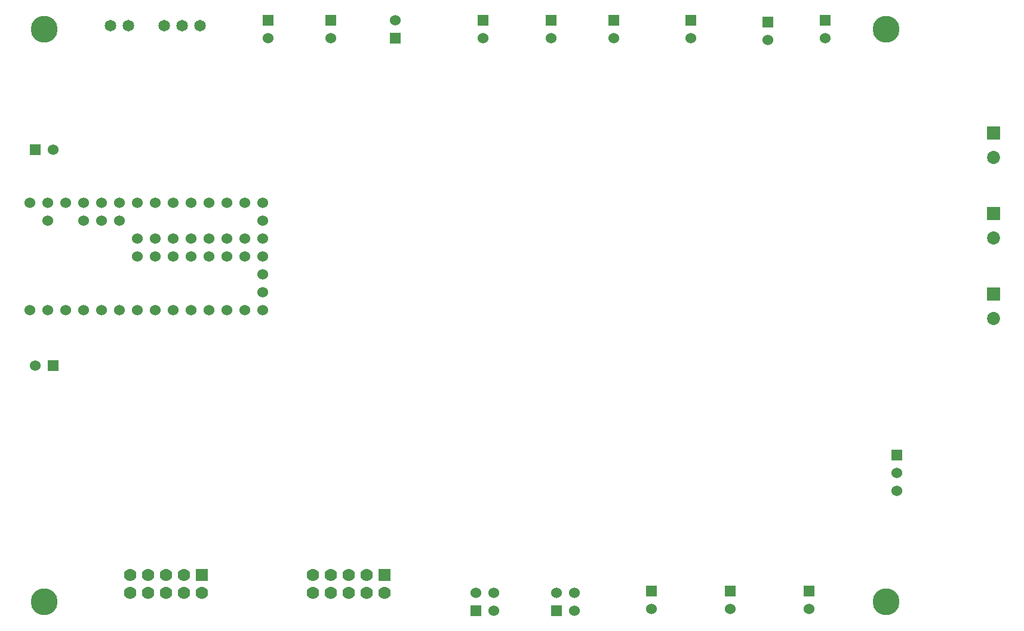
<source format=gbs>
G04 (created by PCBNEW (2013-jul-07)-stable) date Tue 03 Jan 2017 02:31:41 PM PST*
%MOIN*%
G04 Gerber Fmt 3.4, Leading zero omitted, Abs format*
%FSLAX34Y34*%
G01*
G70*
G90*
G04 APERTURE LIST*
%ADD10C,0.00590551*%
%ADD11C,0.06*%
%ADD12R,0.06X0.06*%
%ADD13R,0.07X0.07*%
%ADD14C,0.07*%
%ADD15C,0.15*%
%ADD16R,0.073X0.073*%
%ADD17C,0.073*%
%ADD18C,0.065*%
G04 APERTURE END LIST*
G54D10*
G54D11*
X20700Y-37200D03*
X21700Y-37200D03*
X22700Y-37200D03*
X23700Y-37200D03*
X24700Y-37200D03*
X25700Y-37200D03*
X26700Y-37200D03*
X27700Y-37200D03*
X28700Y-37200D03*
X29700Y-37200D03*
X30700Y-37200D03*
X31700Y-37200D03*
X32700Y-37200D03*
X33700Y-37200D03*
X33700Y-36200D03*
X33700Y-35200D03*
X33700Y-34200D03*
X33700Y-33200D03*
X33700Y-32200D03*
X33700Y-31200D03*
X32700Y-31200D03*
X31700Y-31200D03*
X30700Y-31200D03*
X29700Y-31200D03*
X28700Y-31200D03*
X27700Y-31200D03*
X26700Y-31200D03*
X25700Y-31200D03*
X24700Y-31200D03*
X23700Y-31200D03*
X22700Y-31200D03*
X21700Y-31200D03*
X20700Y-31200D03*
X26700Y-34200D03*
X27700Y-34200D03*
X28700Y-34200D03*
X29700Y-34200D03*
X30700Y-34200D03*
X31700Y-34200D03*
X32700Y-34200D03*
X32700Y-33200D03*
X31700Y-33200D03*
X30700Y-33200D03*
X29700Y-33200D03*
X28700Y-33200D03*
X27700Y-33200D03*
X26700Y-33200D03*
X25700Y-32200D03*
X24700Y-32200D03*
X23700Y-32200D03*
X21700Y-32200D03*
G54D12*
X69100Y-45300D03*
G54D11*
X69100Y-46300D03*
X69100Y-47300D03*
G54D12*
X50100Y-54000D03*
G54D11*
X50100Y-53000D03*
X51100Y-54000D03*
X51100Y-53000D03*
G54D12*
X45600Y-54000D03*
G54D11*
X45600Y-53000D03*
X46600Y-54000D03*
X46600Y-53000D03*
G54D12*
X46000Y-21000D03*
G54D11*
X46000Y-22000D03*
G54D12*
X41100Y-22000D03*
G54D11*
X41100Y-21000D03*
G54D12*
X22000Y-40300D03*
G54D11*
X21000Y-40300D03*
G54D12*
X49800Y-21000D03*
G54D11*
X49800Y-22000D03*
G54D12*
X21000Y-28250D03*
G54D11*
X22000Y-28250D03*
G54D12*
X53300Y-21000D03*
G54D11*
X53300Y-22000D03*
G54D12*
X57600Y-21000D03*
G54D11*
X57600Y-22000D03*
G54D12*
X55400Y-52900D03*
G54D11*
X55400Y-53900D03*
G54D12*
X61900Y-21100D03*
G54D11*
X61900Y-22100D03*
G54D12*
X64200Y-52900D03*
G54D11*
X64200Y-53900D03*
G54D12*
X59800Y-52900D03*
G54D11*
X59800Y-53900D03*
G54D12*
X65100Y-21000D03*
G54D11*
X65100Y-22000D03*
G54D12*
X37500Y-21000D03*
G54D11*
X37500Y-22000D03*
G54D12*
X34000Y-21000D03*
G54D11*
X34000Y-22000D03*
G54D13*
X30300Y-52000D03*
G54D14*
X30300Y-53000D03*
X29300Y-52000D03*
X29300Y-53000D03*
X28300Y-52000D03*
X28300Y-53000D03*
X27300Y-52000D03*
X27300Y-53000D03*
X26300Y-52000D03*
X26300Y-53000D03*
G54D13*
X40500Y-52000D03*
G54D14*
X40500Y-53000D03*
X39500Y-52000D03*
X39500Y-53000D03*
X38500Y-52000D03*
X38500Y-53000D03*
X37500Y-52000D03*
X37500Y-53000D03*
X36500Y-52000D03*
X36500Y-53000D03*
G54D15*
X68500Y-53500D03*
X21500Y-53500D03*
X21500Y-21500D03*
X68500Y-21500D03*
G54D16*
X74500Y-27311D03*
G54D17*
X74500Y-28689D03*
G54D16*
X74500Y-31811D03*
G54D17*
X74500Y-33189D03*
G54D16*
X74500Y-36311D03*
G54D17*
X74500Y-37689D03*
G54D18*
X25200Y-21300D03*
X26200Y-21300D03*
X28200Y-21300D03*
X29200Y-21300D03*
X30200Y-21300D03*
M02*

</source>
